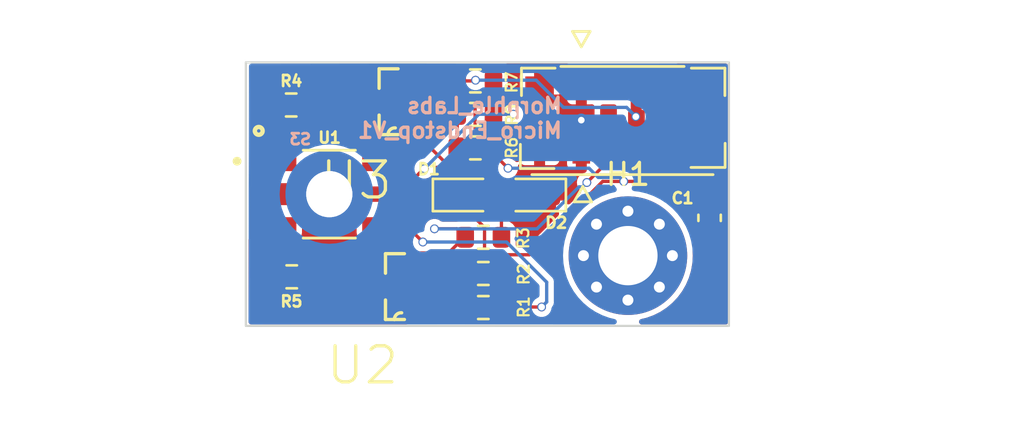
<source format=kicad_pcb>
(kicad_pcb (version 20221018) (generator pcbnew)
  (layers (0 "F.Cu" signal) (31 "B.Cu" signal) (34 "B.Paste" user) (35 "F.Paste" user) (36 "B.SilkS" user "B.Silkscreen") (37 "F.SilkS" user "F.Silkscreen") (38 "B.Mask" user) (39 "F.Mask" user) (44 "Edge.Cuts" user))
  (net 0 "")
  (net 1 "GND")
  (net 2 "Net-(D1-A)")
  (net 3 "+3.3V")
  (net 4 "Net-(R4-Pad2)")
  (net 5 "Net-(R5-Pad2)")
  (net 6 "/Emitter_in1")
  (net 7 "/output1")
  (net 8 "/Emitter_in2")
  (net 9 "/output2")
  (net 10 "Net-(D2-A)")
  (net 11 "Net-(U2-B)")
  (net 12 "Net-(U3-B)")
  (footprint "morphle_footprints:R_0603_1608Metric" (layer "F.Cu") (at 167.885 66.575 180)
    (fp_text reference "R6" (at -1.655 0.005 270) (layer "F.SilkS") (effects (font (size 0.5 0.5) (thickness 0.1))))
    (fp_text value "4K7_0603" hide)
    (fp_line (start -0.237258 -0.5225) (end 0.237258 -0.5225) (stroke (width 0.12)) (layer "F.SilkS"))
    (fp_line (start -0.237258 0.5225) (end 0.237258 0.5225) (stroke (width 0.12)) (layer "F.SilkS"))
    (pad "1" smd roundrect (at -0.825 0 180) (size 0.8 0.95) (layers "F.Cu" "F.Paste" "F.Mask") (net 3 "+3.3V"))
    (pad "2" smd roundrect (at 0.825 0 180) (size 0.8 0.95) (layers "F.Cu" "F.Paste" "F.Mask") (net 12 "Net-(U3-B)"))
  )
  (footprint "bc857:SOT95P240X110-3N" (layer "F.Cu") (at 164.213 64.471 180)
    (fp_text reference "U3" (at 1.75408 -3.58442) (layer "F.SilkS") (effects (font (size 1.641386 1.641386))))
    (fp_text value "BC857A")
    (fp_line (start -0.1524 1.4986) (end 0.7112 1.4986) (stroke (width 0.1524)) (layer "F.SilkS"))
    (fp_line (start 0.3048 -1.4986) (end -0.1524 -1.4986) (stroke (width 0.1524)) (layer "F.SilkS"))
    (fp_line (start 0.7112 -1.4986) (end 0.3048 -1.4986) (stroke (width 0.1524)) (layer "F.SilkS"))
    (fp_line (start 0.7112 -0.6096) (end 0.7112 -1.4986) (stroke (width 0.1524)) (layer "F.SilkS"))
    (fp_line (start 0.7112 1.4986) (end 0.7112 0.6096) (stroke (width 0.1524)) (layer "F.SilkS"))
    (fp_arc (start 0.3048 -1.4986) (mid 0.206758 -1.273554) (end -0.0254 -1.1938) (stroke (width 0.1524)) (layer "F.SilkS"))
    (pad "1" smd rect (at -1.016 -0.9652 180) (size 1.3208 0.5588) (layers "F.Cu" "F.Paste" "F.Mask") (net 12 "Net-(U3-B)"))
    (pad "2" smd rect (at -1.016 0.9652 180) (size 1.3208 0.5588) (layers "F.Cu" "F.Paste" "F.Mask") (net 3 "+3.3V"))
    (pad "3" smd rect (at 1.016 0 180) (size 1.3208 0.5588) (layers "F.Cu" "F.Paste" "F.Mask") (net 9 "/output2"))
  )
  (footprint "morphle_footprints:R_0603_1608Metric" (layer "F.Cu") (at 167.885 65.05 180)
    (fp_text reference "R7" (at -1.655 1.46 270) (layer "F.SilkS") (effects (font (size 0.5 0.5) (thickness 0.1))))
    (fp_text value "4K7_0603" hide)
    (fp_line (start -0.237258 -0.5225) (end 0.237258 -0.5225) (stroke (width 0.12)) (layer "F.SilkS"))
    (fp_line (start -0.237258 0.5225) (end 0.237258 0.5225) (stroke (width 0.12)) (layer "F.SilkS"))
    (pad "1" smd roundrect (at -0.825 0 180) (size 0.8 0.95) (layers "F.Cu" "F.Paste" "F.Mask") (net 8 "/Emitter_in2"))
    (pad "2" smd roundrect (at 0.825 0 180) (size 0.8 0.95) (layers "F.Cu" "F.Paste" "F.Mask") (net 12 "Net-(U3-B)"))
  )
  (footprint "MountingHole:MountingHole_2.7mm_M2.5_Pad_Via" (layer "F.Cu") (at 174.833 71.481)
    (fp_text reference "H1" (at 0 -3.7) (layer "F.SilkS"))
    (fp_text value "MountingHole_2.5mm")
    (pad "1" thru_hole circle (at -2.025 0) (size 0.8 0.8) (drill 0.5) (layers "*.Cu" "*.Mask"))
    (pad "1" thru_hole circle (at -1.431891 -1.431891) (size 0.8 0.8) (drill 0.5) (layers "*.Cu" "*.Mask"))
    (pad "1" thru_hole circle (at -1.431891 1.431891) (size 0.8 0.8) (drill 0.5) (layers "*.Cu" "*.Mask"))
    (pad "1" thru_hole circle (at 0 -2.025) (size 0.8 0.8) (drill 0.5) (layers "*.Cu" "*.Mask"))
    (pad "1" thru_hole circle (at 0 0) (size 5.4 5.4) (drill 2.7) (layers "*.Cu" "*.Mask"))
    (pad "1" thru_hole circle (at 0 2.025) (size 0.8 0.8) (drill 0.5) (layers "*.Cu" "*.Mask"))
    (pad "1" thru_hole circle (at 1.431891 -1.431891) (size 0.8 0.8) (drill 0.5) (layers "*.Cu" "*.Mask"))
    (pad "1" thru_hole circle (at 1.431891 1.431891) (size 0.8 0.8) (drill 0.5) (layers "*.Cu" "*.Mask"))
    (pad "1" thru_hole circle (at 2.025 0) (size 0.8 0.8) (drill 0.5) (layers "*.Cu" "*.Mask"))
  )
  (footprint "morphle_footprints:Cap_0603_1608Metric" (layer "F.Cu") (at 178.553 69.761 -90)
    (fp_text reference "C1" (at -0.895 1.23) (layer "F.SilkS") (effects (font (size 0.5 0.5) (thickness 0.125))))
    (fp_text value "0.1uF_0603" hide)
    (fp_line (start -0.14058 -0.51) (end 0.14058 -0.51) (stroke (width 0.12)) (layer "F.SilkS"))
    (fp_line (start -0.14058 0.51) (end 0.14058 0.51) (stroke (width 0.12)) (layer "F.SilkS"))
    (pad "1" smd roundrect (at -0.775 0 270) (size 0.9 0.95) (layers "F.Cu" "F.Paste" "F.Mask") (net 3 "+3.3V"))
    (pad "2" smd roundrect (at 0.775 0 270) (size 0.9 0.95) (layers "F.Cu" "F.Paste" "F.Mask") (net 1 "GND"))
  )
  (footprint "morphle_footprints:R_0603_1608Metric" (layer "F.Cu") (at 167.885 63.525)
    (fp_text reference "R8" (at 1.665 1.545 90) (layer "F.SilkS") (effects (font (size 0.5 0.5) (thickness 0.1) bold)))
    (fp_text value "1K_0603" hide)
    (fp_line (start -0.237258 -0.5225) (end 0.237258 -0.5225) (stroke (width 0.12)) (layer "F.SilkS"))
    (fp_line (start -0.237258 0.5225) (end 0.237258 0.5225) (stroke (width 0.12)) (layer "F.SilkS"))
    (pad "1" smd roundrect (at -0.825 0) (size 0.8 0.95) (layers "F.Cu" "F.Paste" "F.Mask") (net 9 "/output2"))
    (pad "2" smd roundrect (at 0.825 0) (size 0.8 0.95) (layers "F.Cu" "F.Paste" "F.Mask") (net 10 "Net-(D2-A)"))
  )
  (footprint "morphle_footprints:R_0603_1608Metric" (layer "F.Cu") (at 159.498 64.621)
    (fp_text reference "R4" (at 0.002 -1.091) (layer "F.SilkS") (effects (font (size 0.5 0.5) (thickness 0.125))))
    (fp_text value "10K_0603" hide)
    (fp_line (start -0.237258 -0.5225) (end 0.237258 -0.5225) (stroke (width 0.12)) (layer "F.SilkS"))
    (fp_line (start -0.237258 0.5225) (end 0.237258 0.5225) (stroke (width 0.12)) (layer "F.SilkS"))
    (pad "1" smd roundrect (at -0.825 0) (size 0.8 0.95) (layers "F.Cu" "F.Paste" "F.Mask") (net 3 "+3.3V"))
    (pad "2" smd roundrect (at 0.825 0) (size 0.8 0.95) (layers "F.Cu" "F.Paste" "F.Mask") (net 4 "Net-(R4-Pad2)"))
  )
  (footprint "morphle_footprints:MOLEX_5055680471" (layer "F.Cu") (at 174.585 64.965)
    (fp_text reference "J1" hide)
    (fp_text value "5055680471" hide)
    (fp_line (start -4.65 2.55) (end -4.65 1.45) (stroke (width 0.127)) (layer "F.SilkS"))
    (fp_line (start -3.12 2.55) (end -4.65 2.55) (stroke (width 0.127)) (layer "F.SilkS"))
    (fp_line (start -2.205 4.065) (end -1.405 4.065) (stroke (width 0.127)) (layer "F.SilkS"))
    (fp_line (start -1.805 3.365) (end -2.205 4.065) (stroke (width 0.127)) (layer "F.SilkS"))
    (fp_line (start -1.405 4.065) (end -1.805 3.365) (stroke (width 0.127)) (layer "F.SilkS"))
    (fp_line (start 2.805 -2.1) (end -2.805 -2.1) (stroke (width 0.127)) (layer "F.SilkS"))
    (fp_line (start 4.65 2.5) (end 3.12 2.5) (stroke (width 0.127)) (layer "F.SilkS"))
    (fp_line (start 4.675 1.4) (end 4.675 2.5) (stroke (width 0.127)) (layer "F.SilkS"))
    (pad "1" smd rect (at -1.875 1.725) (size 0.8 1.2) (layers "F.Cu" "F.Paste") (net 1 "GND"))
    (pad "2" smd rect (at -0.625 1.725) (size 0.8 1.2) (layers "F.Cu" "F.Paste") (net 7 "/output1"))
    (pad "3" smd rect (at 0.625 1.725) (size 0.8 1.2) (layers "F.Cu" "F.Paste") (net 9 "/output2"))
    (pad "4" smd rect (at 1.875 1.725) (size 0.8 1.2) (layers "F.Cu" "F.Paste") (net 3 "+3.3V"))
    (pad "S1" smd rect (at -3.775 -0.57) (size 1.3 2.15) (layers "F.Cu" "F.Paste") (net 1 "GND"))
    (pad "S2" smd rect (at 3.775 -0.57) (size 1.3 2.15) (layers "F.Cu" "F.Paste") (net 1 "GND"))
  )
  (footprint "morphle_footprints:R_0603_1608Metric" (layer "F.Cu") (at 168.248 73.846 180)
    (fp_text reference "R1" (at -1.842 0.02 270) (layer "F.SilkS") (effects (font (size 0.5 0.5) (thickness 0.1))))
    (fp_text value "4K7_0603" hide)
    (fp_line (start -0.237258 -0.5225) (end 0.237258 -0.5225) (stroke (width 0.12)) (layer "F.SilkS"))
    (fp_line (start -0.237258 0.5225) (end 0.237258 0.5225) (stroke (width 0.12)) (layer "F.SilkS"))
    (pad "1" smd roundrect (at -0.825 0 180) (size 0.8 0.95) (layers "F.Cu" "F.Paste" "F.Mask") (net 6 "/Emitter_in1"))
    (pad "2" smd roundrect (at 0.825 0 180) (size 0.8 0.95) (layers "F.Cu" "F.Paste" "F.Mask") (net 11 "Net-(U2-B)"))
  )
  (footprint "morphle_footprints:R_0603_1608Metric" (layer "F.Cu") (at 168.248 72.296 180)
    (fp_text reference "R2" (at -1.842 -0.03 270) (layer "F.SilkS") (effects (font (size 0.5 0.5) (thickness 0.1))))
    (fp_text value "4K7_0603" hide)
    (fp_line (start -0.237258 -0.5225) (end 0.237258 -0.5225) (stroke (width 0.12)) (layer "F.SilkS"))
    (fp_line (start -0.237258 0.5225) (end 0.237258 0.5225) (stroke (width 0.12)) (layer "F.SilkS"))
    (pad "1" smd roundrect (at -0.825 0 180) (size 0.8 0.95) (layers "F.Cu" "F.Paste" "F.Mask") (net 11 "Net-(U2-B)"))
    (pad "2" smd roundrect (at 0.825 0 180) (size 0.8 0.95) (layers "F.Cu" "F.Paste" "F.Mask") (net 3 "+3.3V"))
  )
  (footprint "molex_1.25_5055670471:MOLEX_5055670471" (layer "F.Cu") (at 174.585 65.492 180)
    (fp_text reference "J2" hide)
    (fp_text value "5055670471" hide)
    (fp_line (start -4.665 2.55) (end -4.665 1.3) (stroke (width 0.127)) (layer "F.SilkS"))
    (fp_line (start -3.135 2.55) (end -4.665 2.55) (stroke (width 0.127)) (layer "F.SilkS"))
    (fp_line (start 1.475 4.22) (end 2.275 4.22) (stroke (width 0.127)) (layer "F.SilkS"))
    (fp_line (start 1.875 3.52) (end 1.475 4.22) (stroke (width 0.127)) (layer "F.SilkS"))
    (fp_line (start 2.275 4.22) (end 1.875 3.52) (stroke (width 0.127)) (layer "F.SilkS"))
    (fp_line (start 4.125 -2.3) (end -4.125 -2.3) (stroke (width 0.127)) (layer "F.SilkS"))
    (fp_line (start 4.6 1.3) (end 4.6 2.55) (stroke (width 0.127)) (layer "F.SilkS"))
    (fp_line (start 4.6 2.55) (end 3.07 2.55) (stroke (width 0.127)) (layer "F.SilkS"))
    (pad "1" smd rect (at 1.875 1.75 180) (size 0.8 1.2) (layers "F.Cu" "F.Paste") (net 1 "GND"))
    (pad "2" smd rect (at 0.625 1.75 180) (size 0.8 1.2) (layers "F.Cu" "F.Paste") (net 7 "/output1"))
    (pad "3" smd rect (at -0.625 1.75 180) (size 0.8 1.2) (layers "F.Cu" "F.Paste") (net 9 "/output2"))
    (pad "4" smd rect (at -1.875 1.75 180) (size 0.8 1.2) (layers "F.Cu" "F.Paste") (net 3 "+3.3V"))
    (pad "S1" smd rect (at -3.775 -0.545 180) (size 1.3 2.15) (layers "F.Cu" "F.Paste") (net 1 "GND"))
    (pad "S2" smd rect (at 3.775 -0.545 180) (size 1.3 2.15) (layers "F.Cu" "F.Paste") (net 1 "GND"))
  )
  (footprint "morphle_footprints:R_0603_1608Metric" (layer "F.Cu") (at 168.248 70.646)
    (fp_text reference "R3" (at 1.822 0.04 90) (layer "F.SilkS") (effects (font (size 0.5 0.5) (thickness 0.1))))
    (fp_text value "1K_0603" hide)
    (fp_line (start -0.237258 -0.5225) (end 0.237258 -0.5225) (stroke (width 0.12)) (layer "F.SilkS"))
    (fp_line (start -0.237258 0.5225) (end 0.237258 0.5225) (stroke (width 0.12)) (layer "F.SilkS"))
    (pad "1" smd roundrect (at -0.825 0) (size 0.8 0.95) (layers "F.Cu" "F.Paste" "F.Mask") (net 7 "/output1"))
    (pad "2" smd roundrect (at 0.825 0) (size 0.8 0.95) (layers "F.Cu" "F.Paste" "F.Mask") (net 2 "Net-(D1-A)"))
  )
  (footprint "bc857:SOT95P240X110-3N" (layer "F.Cu") (at 164.503 72.891 180)
    (fp_text reference "U2" (at 1.75408 -3.58442) (layer "F.SilkS") (effects (font (size 1.641386 1.641386))))
    (fp_text value "BC857A")
    (fp_line (start -0.1524 1.4986) (end 0.7112 1.4986) (stroke (width 0.1524)) (layer "F.SilkS"))
    (fp_line (start 0.3048 -1.4986) (end -0.1524 -1.4986) (stroke (width 0.1524)) (layer "F.SilkS"))
    (fp_line (start 0.7112 -1.4986) (end 0.3048 -1.4986) (stroke (width 0.1524)) (layer "F.SilkS"))
    (fp_line (start 0.7112 -0.6096) (end 0.7112 -1.4986) (stroke (width 0.1524)) (layer "F.SilkS"))
    (fp_line (start 0.7112 1.4986) (end 0.7112 0.6096) (stroke (width 0.1524)) (layer "F.SilkS"))
    (fp_arc (start 0.3048 -1.4986) (mid 0.206758 -1.273554) (end -0.0254 -1.1938) (stroke (width 0.1524)) (layer "F.SilkS"))
    (pad "1" smd rect (at -1.016 -0.9652 180) (size 1.3208 0.5588) (layers "F.Cu" "F.Paste" "F.Mask") (net 11 "Net-(U2-B)"))
    (pad "2" smd rect (at -1.016 0.9652 180) (size 1.3208 0.5588) (layers "F.Cu" "F.Paste" "F.Mask") (net 3 "+3.3V"))
    (pad "3" smd rect (at 1.016 0 180) (size 1.3208 0.5588) (layers "F.Cu" "F.Paste" "F.Mask") (net 7 "/output1"))
  )
  (footprint "morphle_footprints:LED_0603_1608Metric" (layer "F.Cu") (at 167.4355 68.721)
    (fp_text reference "D1" (at -1.6675 -1.175) (layer "F.SilkS") (effects (font (size 0.5 0.5) (thickness 0.125))))
    (fp_text value "LED_SMD_0603" hide)
    (fp_line (start -1.485 -0.735) (end -1.485 0.735) (stroke (width 0.12)) (layer "F.SilkS"))
    (fp_line (start -1.485 0.735) (end 0.8 0.735) (stroke (width 0.12)) (layer "F.SilkS"))
    (fp_line (start 0.8 -0.735) (end -1.485 -0.735) (stroke (width 0.12)) (layer "F.SilkS"))
    (pad "1" smd roundrect (at -0.7875 0) (size 0.875 0.95) (layers "F.Cu" "F.Paste" "F.Mask") (net 1 "GND"))
    (pad "2" smd roundrect (at 0.7875 0) (size 0.875 0.95) (layers "F.Cu" "F.Paste" "F.Mask") (net 2 "Net-(D1-A)"))
  )
  (footprint "TCUT13XX:XDCR_TCUT1300X01" (layer "F.Cu") (at 161.233 68.681)
    (fp_text reference "U1" (at 0.012 -2.571) (layer "F.SilkS") (effects (font (size 0.5 0.5) (thickness 0.125))))
    (fp_text value "TCUT1300X01")
    (fp_line (start -1.19 -2) (end 1.19 -2) (stroke (width 0.127)) (layer "F.SilkS"))
    (fp_line (start -1.19 2) (end 1.19 2) (stroke (width 0.127)) (layer "F.SilkS"))
    (fp_circle (center -4.2 -1.5) (end -4.1 -1.5) (stroke (width 0.2)) (fill none) (layer "F.SilkS"))
    (pad "1" smd custom (at -2.3 -1.4) (size 1.6 0.7) (layers "F.Cu") (net 3 "+3.3V") (options (clearance outline) (anchor rect)) (primitives (gr_poly (pts (xy 0.8 0.35) (xy -1.1 0.35) (xy -1.1 0.05) (xy -1.099 0.003) (xy -1.095 -0.044) (xy -1.089 -0.091) (xy -1.08 -0.137) (xy -1.069 -0.183) (xy -1.056 -0.228) (xy -1.04 -0.273) (xy -1.022 -0.316) (xy -1.002 -0.359) (xy -0.979 -0.4) (xy -0.955 -0.44) (xy -0.928 -0.479) (xy -0.899 -0.516) (xy -0.869 -0.552) (xy -0.836 -0.586) (xy -0.802 -0.619) (xy -0.766 -0.649) (xy -0.729 -0.678) (xy -0.69 -0.705) (xy -0.65 -0.729) (xy -0.609 -0.752) (xy -0.566 -0.772) (xy -0.523 -0.79) (xy -0.478 -0.806) (xy -0.433 -0.819) (xy -0.387 -0.83) (xy -0.341 -0.839) (xy -0.294 -0.845) (xy -0.247 -0.849) (xy -0.2 -0.85) (xy -0.2 -0.35) (xy 0.8 -0.35) (xy 0.8 0.35)) (width 0.001) (fill yes))))
    (pad "2" smd rect (at -2.45 0) (size 1.9 1) (layers "F.Cu" "F.Paste" "F.Mask"))
    (pad "3" smd custom (at -2.3 1.4) (size 1.6 0.7) (layers "F.Cu") (net 5 "Net-(R5-Pad2)") (options (clearance outline) (anchor rect)) (primitives (gr_poly (pts (xy 0.8 -0.35) (xy -1.1 -0.35) (xy -1.1 -0.05) (xy -1.099 -0.003) (xy -1.095 0.044) (xy -1.089 0.091) (xy -1.08 0.137) (xy -1.069 0.183) (xy -1.056 0.228) (xy -1.04 0.273) (xy -1.022 0.316) (xy -1.002 0.359) (xy -0.979 0.4) (xy -0.955 0.44) (xy -0.928 0.479) (xy -0.899 0.516) (xy -0.869 0.552) (xy -0.836 0.586) (xy -0.802 0.619) (xy -0.766 0.649) (xy -0.729 0.678) (xy -0.69 0.705) (xy -0.65 0.729) (xy -0.609 0.752) (xy -0.566 0.772) (xy -0.523 0.79) (xy -0.478 0.806) (xy -0.433 0.819) (xy -0.387 0.83) (xy -0.341 0.839) (xy -0.294 0.845) (xy -0.247 0.849) (xy -0.2 0.85) (xy -0.2 0.35) (xy 0.8 0.35) (xy 0.8 -0.35)) (width 0.001) (fill yes))))
    (pad "4" smd custom (at 2.3 1.4) (size 1.6 0.7) (layers "F.Cu") (net 6 "/Emitter_in1") (options (clearance outline) (anchor rect)) (primitives (gr_poly (pts (xy -0.8 -0.35) (xy 1.1 -0.35) (xy 1.1 -0.05) (xy 1.099 -0.003) (xy 1.095 0.044) (xy 1.089 0.091) (xy 1.08 0.137) (xy 1.069 0.183) (xy 1.056 0.228) (xy 1.04 0.273) (xy 1.022 0.316) (xy 1.002 0.359) (xy 0.979 0.4) (xy 0.955 0.44) (xy 0.928 0.479) (xy 0.899 0.516) (xy 0.869 0.552) (xy 0.836 0.586) (xy 0.802 0.619) (xy 0.766 0.649) (xy 0.729 0.678) (xy 0.69 0.705) (xy 0.65 0.729) (xy 0.609 0.752) (xy 0.566 0.772) (xy 0.523 0.79) (xy 0.478 0.806) (xy 0.433 0.819) (xy 0.387 0.83) (xy 0.341 0.839) (xy 0.294 0.845) (xy 0.247 0.849) (xy 0.2 0.85) (xy 0.2 0.35) (xy -0.8 0.35) (xy -0.8 -0.35)) (width 0.001) (fill yes))))
    (pad "5" smd rect (at 2.45 0) (size 1.9 0.7) (layers "F.Cu" "F.Paste" "F.Mask") (net 8 "/Emitter_in2"))
    (pad "6" smd custom (at 2.3 -1.4) (size 1.6 0.7) (layers "F.Cu") (net 4 "Net-(R4-Pad2)") (options (clearance outline) (anchor rect)) (primitives (gr_poly (pts (xy -0.8 0.35) (xy 1.1 0.35) (xy 1.1 0.05) (xy 1.099 0.003) (xy 1.095 -0.044) (xy 1.089 -0.091) (xy 1.08 -0.137) (xy 1.069 -0.183) (xy 1.056 -0.228) (xy 1.04 -0.273) (xy 1.022 -0.316) (xy 1.002 -0.359) (xy 0.979 -0.4) (xy 0.955 -0.44) (xy 0.928 -0.479) (xy 0.899 -0.516) (xy 0.869 -0.552) (xy 0.836 -0.586) (xy 0.802 -0.619) (xy 0.766 -0.649) (xy 0.729 -0.678) (xy 0.69 -0.705) (xy 0.65 -0.729) (xy 0.609 -0.752) (xy 0.566 -0.772) (xy 0.523 -0.79) (xy 0.478 -0.806) (xy 0.433 -0.819) (xy 0.387 -0.83) (xy 0.341 -0.839) (xy 0.294 -0.845) (xy 0.247 -0.849) (xy 0.2 -0.85) (xy 0.2 -0.35) (xy -0.8 -0.35) (xy -0.8 0.35)) (width 0.001) (fill yes))))
  )
  (footprint "morphle_footprints:LED_0603_1608Metric" (layer "F.Cu") (at 170.523 68.721 180)
    (fp_text reference "D2" (at -1.045 -1.265) (layer "F.SilkS") (effects (font (size 0.5 0.5) (thickness 0.125))))
    (fp_text value "LED_SMD_0603" hide)
    (fp_line (start -1.485 -0.735) (end -1.485 0.735) (stroke (width 0.12)) (layer "F.SilkS"))
    (fp_line (start -1.485 0.735) (end 0.8 0.735) (stroke (width 0.12)) (layer "F.SilkS"))
    (fp_line (start 0.8 -0.735) (end -1.485 -0.735) (stroke (width 0.12)) (layer "F.SilkS"))
    (pad "1" smd roundrect (at -0.7875 0 180) (size 0.875 0.95) (layers "F.Cu" "F.Paste" "F.Mask") (net 1 "GND"))
    (pad "2" smd roundrect (at 0.7875 0 180) (size 0.875 0.95) (layers "F.Cu" "F.Paste" "F.Mask") (net 10 "Net-(D2-A)"))
  )
  (footprint "morphle_footprints:R_0603_1608Metric" (layer "F.Cu") (at 159.523 72.446 180)
    (fp_text reference "R5" (at 0.013 -1.124 180) (layer "F.SilkS") (effects (font (size 0.5 0.5) (thickness 0.125))))
    (fp_text value "4K7_0603" hide)
    (fp_line (start -0.237258 -0.5225) (end 0.237258 -0.5225) (stroke (width 0.12)) (layer "F.SilkS"))
    (fp_line (start -0.237258 0.5225) (end 0.237258 0.5225) (stroke (width 0.12)) (layer "F.SilkS"))
    (pad "1" smd roundrect (at -0.825 0 180) (size 0.8 0.95) (layers "F.Cu" "F.Paste" "F.Mask") (net 1 "GND"))
    (pad "2" smd roundrect (at 0.825 0 180) (size 0.8 0.95) (layers "F.Cu" "F.Paste" "F.Mask") (net 5 "Net-(R5-Pad2)"))
  )
  (footprint "Mounting_Wuerth:Mounting_Wuerth_WA-SMSI-M1.6_H1mm_9774010633" (layer "B.Cu") (at 161.233 68.681 180)
    (fp_text reference "S3" (at 1.32 2.5) (layer "B.SilkS") (effects (font (size 0.5 0.5) (thickness 0.125)) (justify mirror)))
    (fp_text value "Stud_Pad")
    (pad "" np_thru_hole circle (at 0 0 180) (size 2.1 2.1) (drill 2.1) (layers "*.Cu" "*.Mask"))
    (pad "1" smd circle (at -1.525 0 180) (size 0.55 0.55) (layers "B.Cu"))
    (pad "1" smd circle (at 0 -1.525 180) (size 0.55 0.55) (layers "B.Cu"))
    (pad "1" smd circle (at 0 1.525 180) (size 0.55 0.55) (layers "B.Cu"))
    (pad "1" smd custom (at 1.525 0 180) (size 0.55 0.55) (layers "B.Cu" "B.Mask") (options (clearance outline) (anchor circle)) (primitives (gr_circle (center -1.525 0) (end 0 0) (width 0.95) (fill none))))
  )
  (gr_circle (center 158.02 65.8) (end 158.198045 65.8) (stroke (width 0.2)) (fill none) (layer "F.SilkS"))
  (gr_rect (start 157.433 62.681) (end 179.433 74.681) (stroke (width 0.1)) (fill none) (layer "Edge.Cuts"))
  (gr_text "Morphle_Labs\nMicro_Endstop_V1" (at 171.913 66.191) (layer "B.SilkS") (effects (font (size 0.7 0.7)) (justify left bottom mirror)))
  (segment (start 172.71 65.071) (end 172.71 65.311) (width 0.2) (layer "F.Cu") (net 1))
  (segment (start 172.71 63.742) (end 172.71 65.071) (width 0.2) (layer "F.Cu") (net 1))
  (segment (start 170.81 66.037) (end 171.744 66.037) (width 0.2) (layer "F.Cu") (net 1))
  (segment (start 171.744 66.037) (end 172.71 65.071) (width 0.2) (layer "F.Cu") (net 1))
  (segment (start 172.71 65.311) (end 172.71 66.69) (width 0.2) (layer "F.Cu") (net 1))
  (via (at 172.71 65.311) (size 0.6) (drill 0.3) (layers "F.Cu" "B.Cu") (net 1))
  (segment (start 169.073 69.571) (end 169.073 70.646) (width 0.15) (layer "F.Cu") (net 2))
  (segment (start 168.223 68.721) (end 169.073 69.571) (width 0.15) (layer "F.Cu") (net 2))
  (segment (start 161.273 64.131) (end 163.123 65.981) (width 0.15) (layer "F.Cu") (net 3))
  (segment (start 178.553 68.986) (end 177.668 68.101) (width 0.15) (layer "F.Cu") (net 3))
  (segment (start 168.71 66.575) (end 168.71 66.838) (width 0.15) (layer "F.Cu") (net 3))
  (segment (start 167.463 69.361) (end 168.303 70.201) (width 0.15) (layer "F.Cu") (net 3))
  (segment (start 165.229 63.5058) (end 161.273 63.5058) (width 0.15) (layer "F.Cu") (net 3))
  (segment (start 161.273 63.5058) (end 161.273 64.131) (width 0.15) (layer "F.Cu") (net 3))
  (segment (start 176.46 66.893) (end 178.553 68.986) (width 0.15) (layer "F.Cu") (net 3))
  (segment (start 167.0528 71.9258) (end 167.423 72.296) (width 0.15) (layer "F.Cu") (net 3))
  (segment (start 170.343 71.441) (end 168.278 71.441) (width 0.15) (layer "F.Cu") (net 3))
  (segment (start 167.463 68.191) (end 167.463 69.361) (width 0.15) (layer "F.Cu") (net 3))
  (segment (start 168.71 66.838) (end 169.373 67.501) (width 0.15) (layer "F.Cu") (net 3))
  (segment (start 173.683 68.101) (end 170.343 71.441) (width 0.15) (layer "F.Cu") (net 3))
  (segment (start 168.303 71.416) (end 168.278 71.441) (width 0.15) (layer "F.Cu") (net 3))
  (segment (start 158.673 67.021) (end 158.933 67.281) (width 0.15) (layer "F.Cu") (net 3))
  (segment (start 163.123 65.981) (end 165.253 65.981) (width 0.15) (layer "F.Cu") (net 3))
  (segment (start 158.673 64.621) (end 158.673 67.021) (width 0.15) (layer "F.Cu") (net 3))
  (segment (start 159.2082 63.5058) (end 158.673 64.041) (width 0.15) (layer "F.Cu") (net 3))
  (segment (start 168.303 70.201) (end 168.303 71.416) (width 0.15) (layer "F.Cu") (net 3))
  (segment (start 165.519 71.9258) (end 167.0528 71.9258) (width 0.15) (layer "F.Cu") (net 3))
  (segment (start 174.643 68.101) (end 173.683 68.101) (width 0.15) (layer "F.Cu") (net 3))
  (segment (start 161.273 63.5058) (end 159.2082 63.5058) (width 0.15) (layer "F.Cu") (net 3))
  (segment (start 165.253 65.981) (end 167.463 68.191) (width 0.15) (layer "F.Cu") (net 3))
  (segment (start 177.668 68.101) (end 174.643 68.101) (width 0.15) (layer "F.Cu") (net 3))
  (segment (start 176.46 66.69) (end 176.46 66.893) (width 0.15) (layer "F.Cu") (net 3))
  (segment (start 158.673 64.041) (end 158.673 64.621) (width 0.15) (layer "F.Cu") (net 3))
  (segment (start 168.278 71.441) (end 167.423 72.296) (width 0.15) (layer "F.Cu") (net 3))
  (via (at 169.373 67.501) (size 0.4) (drill 0.3) (layers "F.Cu" "B.Cu") (net 3))
  (via (at 174.643 68.101) (size 0.4) (drill 0.3) (layers "F.Cu" "B.Cu") (net 3))
  (segment (start 174.463 67.921) (end 174.643 68.101) (width 0.15) (layer "B.Cu") (net 3))
  (segment (start 169.373 67.501) (end 173.063 67.501) (width 0.15) (layer "B.Cu") (net 3))
  (segment (start 173.063 67.501) (end 173.483 67.921) (width 0.15) (layer "B.Cu") (net 3))
  (segment (start 173.483 67.921) (end 174.463 67.921) (width 0.15) (layer "B.Cu") (net 3))
  (segment (start 160.323 64.621) (end 160.873 64.621) (width 0.15) (layer "F.Cu") (net 4))
  (segment (start 160.873 64.621) (end 163.533 67.281) (width 0.15) (layer "F.Cu") (net 4))
  (segment (start 158.933 72.211) (end 158.698 72.446) (width 0.15) (layer "F.Cu") (net 5))
  (segment (start 158.933 70.081) (end 158.933 72.211) (width 0.15) (layer "F.Cu") (net 5))
  (segment (start 164.713 70.081) (end 165.493 70.861) (width 0.15) (layer "F.Cu") (net 6))
  (segment (start 169.098 73.821) (end 169.073 73.846) (width 0.15) (layer "F.Cu") (net 6))
  (segment (start 170.903 73.821) (end 169.098 73.821) (width 0.15) (layer "F.Cu") (net 6))
  (segment (start 163.533 70.081) (end 164.713 70.081) (width 0.15) (layer "F.Cu") (net 6))
  (via (at 165.493 70.861) (size 0.4) (drill 0.3) (layers "F.Cu" "B.Cu") (net 6))
  (via (at 170.903 73.821) (size 0.4) (drill 0.3) (layers "F.Cu" "B.Cu") (net 6))
  (segment (start 169.303 70.861) (end 171.133 72.691) (width 0.15) (layer "B.Cu") (net 6))
  (segment (start 171.133 73.591) (end 170.903 73.821) (width 0.15) (layer "B.Cu") (net 6))
  (segment (start 165.493 70.861) (end 169.303 70.861) (width 0.15) (layer "B.Cu") (net 6))
  (segment (start 171.133 72.691) (end 171.133 73.591) (width 0.15) (layer "B.Cu") (net 6))
  (segment (start 167.038 70.261) (end 166.023 70.261) (width 0.15) (layer "F.Cu") (net 7))
  (segment (start 166.643 71.381) (end 167.378 70.646) (width 0.15) (layer "F.Cu") (net 7))
  (segment (start 166.613 71.361) (end 166.633 71.381) (width 0.15) (layer "F.Cu") (net 7))
  (segment (start 172.963 68.151) (end 173.96 67.154) (width 0.15) (layer "F.Cu") (net 7))
  (segment (start 167.378 70.646) (end 167.423 70.646) (width 0.15) (layer "F.Cu") (net 7))
  (segment (start 163.487 72.891) (end 163.487 72.4616) (width 0.15) (layer "F.Cu") (net 7))
  (segment (start 163.487 72.4616) (end 164.5876 71.361) (width 0.15) (layer "F.Cu") (net 7))
  (segment (start 164.5876 71.361) (end 166.613 71.361) (width 0.15) (layer "F.Cu") (net 7))
  (segment (start 173.96 67.154) (end 173.96 66.69) (width 0.15) (layer "F.Cu") (net 7))
  (segment (start 167.423 70.646) (end 167.038 70.261) (width 0.15) (layer "F.Cu") (net 7))
  (via (at 172.963 68.151) (size 0.4) (drill 0.3) (layers "F.Cu" "B.Cu") (net 7))
  (via (at 166.023 70.261) (size 0.4) (drill 0.3) (layers "F.Cu" "B.Cu") (net 7))
  (segment (start 172.603 68.351) (end 170.693 70.261) (width 0.15) (layer "B.Cu") (net 7))
  (segment (start 172.763 68.351) (end 172.603 68.351) (width 0.15) (layer "B.Cu") (net 7))
  (segment (start 170.693 70.261) (end 166.023 70.261) (width 0.15) (layer "B.Cu") (net 7))
  (segment (start 172.963 68.151) (end 172.763 68.351) (width 0.15) (layer "B.Cu") (net 7))
  (segment (start 168.719 65.041) (end 168.71 65.05) (width 0.15) (layer "F.Cu") (net 8))
  (segment (start 165.313 67.751) (end 165.543 67.521) (width 0.15) (layer "F.Cu") (net 8))
  (segment (start 164.383 68.681) (end 165.313 67.751) (width 0.15) (layer "F.Cu") (net 8))
  (segment (start 165.543 67.521) (end 165.563 67.521) (width 0.15) (layer "F.Cu") (net 8))
  (segment (start 163.683 68.681) (end 164.383 68.681) (width 0.15) (layer "F.Cu") (net 8))
  (segment (start 169.613 65.041) (end 168.719 65.041) (width 0.15) (layer "F.Cu") (net 8))
  (via (at 165.563 67.521) (size 0.4) (drill 0.3) (layers "F.Cu" "B.Cu") (net 8))
  (via (at 169.613 65.041) (size 0.4) (drill 0.3) (layers "F.Cu" "B.Cu") (net 8))
  (segment (start 165.563 67.521) (end 168.043 65.041) (width 0.15) (layer "B.Cu") (net 8))
  (segment (start 168.043 65.041) (end 169.613 65.041) (width 0.15) (layer "B.Cu") (net 8))
  (segment (start 167.06 63.525) (end 167.859 63.525) (width 0.15) (layer "F.Cu") (net 9))
  (segment (start 163.197 64.471) (end 166.114 64.471) (width 0.15) (layer "F.Cu") (net 9))
  (segment (start 166.114 64.471) (end 167.06 63.525) (width 0.15) (layer "F.Cu") (net 9))
  (segment (start 175.193 65.151) (end 175.21 65.168) (width 0.15) (layer "F.Cu") (net 9))
  (segment (start 167.859 63.525) (end 167.893 63.491) (width 0.15) (layer "F.Cu") (net 9))
  (segment (start 175.193 63.759) (end 175.21 63.742) (width 0.15) (layer "F.Cu") (net 9))
  (via (at 167.893 63.491) (size 0.4) (drill 0.3) (layers "F.Cu" "B.Cu") (net 9))
  (via (at 175.193 65.151) (size 0.4) (drill 0.3) (layers "F.Cu" "B.Cu") (net 9))
  (segment (start 171.893 64.731) (end 174.773 64.731) (width 0.15) (layer "B.Cu") (net 9))
  (segment (start 170.653 63.491) (end 171.893 64.731) (width 0.15) (layer "B.Cu") (net 9))
  (segment (start 167.893 63.491) (end 170.653 63.491) (width 0.15) (layer "B.Cu") (net 9))
  (segment (start 174.773 64.731) (end 175.193 65.151) (width 0.15) (layer "B.Cu") (net 9))
  (segment (start 169.473 68.721) (end 169.7355 68.721) (width 0.15) (layer "F.Cu") (net 10))
  (segment (start 167.873 67.121) (end 169.473 68.721) (width 0.15) (layer "F.Cu") (net 10))
  (segment (start 168.71 63.525) (end 167.873 64.362) (width 0.15) (layer "F.Cu") (net 10))
  (segment (start 167.873 64.362) (end 167.873 67.121) (width 0.15) (layer "F.Cu") (net 10))
  (segment (start 167.423 73.846) (end 167.523 73.846) (width 0.15) (layer "F.Cu") (net 11))
  (segment (start 165.519 73.8562) (end 167.4128 73.8562) (width 0.15) (layer "F.Cu") (net 11))
  (segment (start 167.4128 73.8562) (end 167.423 73.846) (width 0.15) (layer "F.Cu") (net 11))
  (segment (start 167.523 73.846) (end 169.073 72.296) (width 0.15) (layer "F.Cu") (net 11))
  (segment (start 166.6738 65.4362) (end 167.06 65.05) (width 0.15) (layer "F.Cu") (net 12))
  (segment (start 167.06 65.958) (end 167.06 66.575) (width 0.15) (layer "F.Cu") (net 12))
  (segment (start 165.229 65.4362) (end 166.6738 65.4362) (width 0.15) (layer "F.Cu") (net 12))
  (segment (start 167.06 65.944) (end 167.053 65.951) (width 0.15) (layer "F.Cu") (net 12))
  (segment (start 167.053 65.951) (end 167.06 65.958) (width 0.15) (layer "F.Cu") (net 12))
  (segment (start 167.06 65.05) (end 167.06 65.944) (width 0.15) (layer "F.Cu") (net 12))
  (zone (net 7) (net_name "/output1") (layer "F.Cu") (priority 4) (connect_pads (clearance 0.25)) (min_thickness 0.25) (fill yes (thermal_gap 0.5) (thermal_bridge_width 0.5))
    (polygon (pts (xy 176.06 64.166) (xy 176.06 66.198) (xy 176.822 66.198) (xy 176.822 64.166)))
  )
  (zone (net 9) (net_name "/output2") (layer "F.Cu") (priority 5) (connect_pads (clearance 0.25)) (min_thickness 0.25) (fill yes (thermal_gap 0.5) (thermal_bridge_width 0.5))
    (polygon (pts (xy 175.602 64.186) (xy 175.602 66.218) (xy 174.84 66.218) (xy 174.84 64.186)))
  )
  (zone (net 1) (net_name "GND") (layer "F.Cu") (priority 3) (connect_pads (clearance 0.25)) (min_thickness 0.25) (fill yes (thermal_gap 0.5) (thermal_bridge_width 0.5))
    (polygon (pts (xy 178.03 63.354) (xy 179.046 63.354) (xy 179.046 66.148) (xy 178.03 66.148)))
  )
  (zone (net 0) (net_name "") (layer "F.Cu") (connect_pads (clearance 0)) (min_thickness 0.25)
    (keepout (tracks not_allowed) (vias allowed) (pads allowed) (copperpour not_allowed) (footprints allowed))
    (fill (thermal_gap 0.5) (thermal_bridge_width 0.5))
    (polygon (pts (xy 160.048 67.436) (xy 160.048 69.876) (xy 162.568 69.876) (xy 162.568 67.436)))
  )
  (zone (net 3) (net_name "+3.3V") (layer "F.Cu") (priority 6) (connect_pads (clearance 0.25)) (min_thickness 0.25) (fill yes (thermal_gap 0.5) (thermal_bridge_width 0.5))
    (polygon (pts (xy 174.33 64.208) (xy 174.33 66.24) (xy 173.568 66.24) (xy 173.568 64.208)))
  )
  (zone (net 1) (net_name "GND") (layer "F.Cu") (priority 2) (connect_pads (clearance 0.25)) (min_thickness 0.25) (fill yes (thermal_gap 0.5) (thermal_bridge_width 0.5))
    (polygon (pts (xy 170.41 63.354) (xy 171.426 63.354) (xy 171.426 66.91) (xy 170.41 66.91)))
  )
  (zone (net 1) (net_name "GND") (layers "F&B.Cu") (connect_pads (clearance 0.25)) (min_thickness 0.25) (fill yes (thermal_gap 0.25) (thermal_bridge_width 0.5))
    (polygon (pts (xy 157.573 62.736) (xy 179.418 62.736) (xy 179.428 74.616) (xy 157.553 74.616)))
  )
  (zone (net 1) (net_name "GND") (layer "B.Cu") (priority 1) (connect_pads (clearance 0.25)) (min_thickness 0.25) (fill yes (thermal_gap 0.25) (thermal_bridge_width 0.5))
    (polygon (pts (xy 179.443 62.736) (xy 179.428 74.591) (xy 157.553 74.616) (xy 157.598 62.761)))
  )
)
</source>
